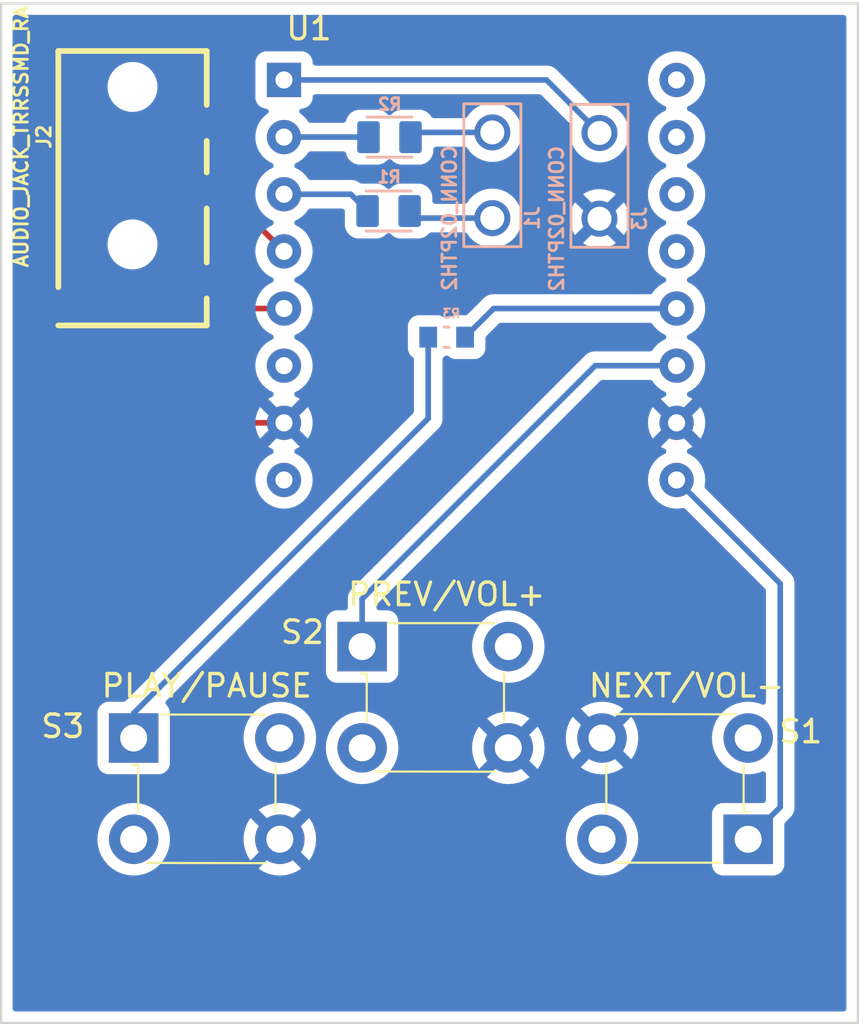
<source format=kicad_pcb>
(kicad_pcb (version 20211014) (generator pcbnew)
  (layers (0 "F.Cu" signal) (31 "B.Cu" signal) (34 "B.Paste" user) (35 "F.Paste" user) (36 "B.SilkS" user "B.Silkscreen") (37 "F.SilkS" user "F.Silkscreen") (38 "B.Mask" user) (39 "F.Mask" user) (44 "Edge.Cuts" user))
  (net 0 "")
  (net 1 "GND")
  (net 2 "Net-(J2-PadTIP)")
  (net 3 "Net-(J1-Pad1)")
  (net 4 "Net-(R1-Pad2)")
  (net 5 "Net-(J1-Pad2)")
  (net 6 "Net-(R2-Pad2)")
  (net 7 "Net-(R3-Pad1)")
  (net 8 "Net-(R3-Pad2)")
  (net 9 "Net-(S1-Pad1)")
  (net 12 "Net-(S2-Pad1)")
  (net 17 "POWER")
  (net 18 "Net-(J2-PadRING)")
  (footprint "digikey-footprints:Switch_Tactile_THT_6x6mm" (layer "F.Cu") (at 143.562 103.922)
    (fp_text reference "S2" (at -2.658593 -0.640737) (layer "F.SilkS"))
    (fp_text value "1825910-6")
    (fp_line (start 5.8928 5.5626) (end 0.6 5.5528) (layer "F.SilkS") (width 0.1))
    (fp_line (start 6.3092 1.2048) (end 6.3092 3.3) (layer "F.SilkS") (width 0.1))
    (fp_line (start 0.2032 1.2004) (end -0.0468 1.2004) (layer "F.SilkS") (width 0.1))
    (fp_line (start 1.2 -1.0414) (end 5.8674 -1.0414) (layer "F.SilkS") (width 0.1))
    (fp_line (start 0.2032 1.1938) (end 0.2032 3.302) (layer "F.SilkS") (width 0.1))
    (pad "1" thru_hole rect locked (at 0 0) (size 2.2 2.2) (drill 1.2) (layers *.Cu *.Mask) (net 12 "Net-(S2-Pad1)"))
    (pad "2" thru_hole circle locked (at 6.5 0) (size 2.2 2.2) (drill 1.2) (layers *.Cu *.Mask))
    (pad "3" thru_hole circle locked (at 0 4.5) (size 2.2 2.2) (drill 1.2) (layers *.Cu *.Mask))
    (pad "4" thru_hole circle locked (at 6.5 4.5) (size 2.2 2.2) (drill 1.2) (layers *.Cu *.Mask) (net 1 "GND"))
  )
  (footprint "digikey-footprints:Switch_Tactile_THT_6x6mm" (layer "F.Cu") (at 133.402 107.986)
    (fp_text reference "S3" (at -3.151376 -0.522429) (layer "F.SilkS"))
    (fp_text value "1825910-6")
    (fp_line (start 0.2032 1.1938) (end 0.2032 3.302) (layer "F.SilkS") (width 0.1))
    (fp_line (start 5.8928 5.5626) (end 0.6 5.5528) (layer "F.SilkS") (width 0.1))
    (fp_line (start 1.2 -1.0414) (end 5.8674 -1.0414) (layer "F.SilkS") (width 0.1))
    (fp_line (start 0.2032 1.2004) (end -0.0468 1.2004) (layer "F.SilkS") (width 0.1))
    (fp_line (start 6.3092 1.2048) (end 6.3092 3.3) (layer "F.SilkS") (width 0.1))
    (pad "1" thru_hole rect locked (at 0 0) (size 2.2 2.2) (drill 1.2) (layers *.Cu *.Mask) (net 8 "Net-(R3-Pad2)"))
    (pad "2" thru_hole circle locked (at 6.5 0) (size 2.2 2.2) (drill 1.2) (layers *.Cu *.Mask))
    (pad "3" thru_hole circle locked (at 0 4.5) (size 2.2 2.2) (drill 1.2) (layers *.Cu *.Mask))
    (pad "4" thru_hole circle locked (at 6.5 4.5) (size 2.2 2.2) (drill 1.2) (layers *.Cu *.Mask) (net 1 "GND"))
  )
  (footprint "digikey-footprints:Switch_Tactile_THT_6x6mm" (layer "F.Cu") (at 160.73 112.486 180)
    (fp_text reference "S1" (at -2.338 4.79) (layer "F.SilkS"))
    (fp_text value "1825910-6")
    (fp_line (start 0.2032 1.1938) (end 0.2032 3.302) (layer "F.SilkS") (width 0.1))
    (fp_line (start 0.2032 1.2004) (end -0.0468 1.2004) (layer "F.SilkS") (width 0.1))
    (fp_line (start 1.2 -1.0414) (end 5.8674 -1.0414) (layer "F.SilkS") (width 0.1))
    (fp_line (start 5.8928 5.5626) (end 0.6 5.5528) (layer "F.SilkS") (width 0.1))
    (fp_line (start 6.3092 1.2048) (end 6.3092 3.3) (layer "F.SilkS") (width 0.1))
    (pad "1" thru_hole rect locked (at 0 0 180) (size 2.2 2.2) (drill 1.2) (layers *.Cu *.Mask) (net 9 "Net-(S1-Pad1)"))
    (pad "2" thru_hole circle locked (at 6.5 0 180) (size 2.2 2.2) (drill 1.2) (layers *.Cu *.Mask))
    (pad "3" thru_hole circle locked (at 0 4.5 180) (size 2.2 2.2) (drill 1.2) (layers *.Cu *.Mask))
    (pad "4" thru_hole circle locked (at 6.5 4.5 180) (size 2.2 2.2) (drill 1.2) (layers *.Cu *.Mask) (net 1 "GND"))
  )
  (footprint "DF_player:DF_PlayerMini" (layer "F.Cu") (at 148.8165 87.627347)
    (fp_text reference "U1" (at -7.62 -11.176 unlocked) (layer "F.SilkS"))
    (fp_text value "DFPLAYER_MINI")
    (pad "1" thru_hole rect (at -8.73 -8.89) (size 1.524 1.524) (drill 0.762) (layers *.Cu *.Mask) (net 17 "POWER"))
    (pad "2" thru_hole circle (at -8.73 -6.35) (size 1.524 1.524) (drill 0.762) (layers *.Cu *.Mask) (net 6 "Net-(R2-Pad2)"))
    (pad "3" thru_hole circle (at -8.73 -3.81) (size 1.524 1.524) (drill 0.762) (layers *.Cu *.Mask) (net 4 "Net-(R1-Pad2)"))
    (pad "4" thru_hole circle (at -8.73 -1.27) (size 1.524 1.524) (drill 0.762) (layers *.Cu *.Mask) (net 18 "Net-(J2-PadRING)"))
    (pad "5" thru_hole circle (at -8.73 1.27) (size 1.524 1.524) (drill 0.762) (layers *.Cu *.Mask) (net 2 "Net-(J2-PadTIP)"))
    (pad "6" thru_hole circle (at -8.73 3.81) (size 1.524 1.524) (drill 0.762) (layers *.Cu *.Mask))
    (pad "7" thru_hole circle (at -8.73 6.35) (size 1.524 1.524) (drill 0.762) (layers *.Cu *.Mask) (net 1 "GND"))
    (pad "8" thru_hole circle (at -8.73 8.89) (size 1.524 1.524) (drill 0.762) (layers *.Cu *.Mask))
    (pad "9" thru_hole circle (at 8.73 8.89) (size 1.524 1.524) (drill 0.762) (layers *.Cu *.Mask) (net 9 "Net-(S1-Pad1)"))
    (pad "10" thru_hole circle (at 8.73 6.35) (size 1.524 1.524) (drill 0.762) (layers *.Cu *.Mask) (net 1 "GND"))
    (pad "11" thru_hole circle (at 8.73 3.81) (size 1.524 1.524) (drill 0.762) (layers *.Cu *.Mask) (net 12 "Net-(S2-Pad1)"))
    (pad "12" thru_hole circle (at 8.73 1.27) (size 1.524 1.524) (drill 0.762) (layers *.Cu *.Mask) (net 7 "Net-(R3-Pad1)"))
    (pad "13" thru_hole circle (at 8.73 -1.27) (size 1.524 1.524) (drill 0.762) (layers *.Cu *.Mask))
    (pad "14" thru_hole circle (at 8.73 -3.81) (size 1.524 1.524) (drill 0.762) (layers *.Cu *.Mask))
    (pad "15" thru_hole circle (at 8.73 -6.35) (size 1.524 1.524) (drill 0.762) (layers *.Cu *.Mask))
    (pad "16" thru_hole circle (at 8.73 -8.89) (size 1.524 1.524) (drill 0.762) (layers *.Cu *.Mask))
  )
  (footprint "Connectors:AUDIO_JACK_3.5MM_TRRS_SMD_RA" (layer "F.Cu") (at 133.35 77.44968 -90)
    (fp_text reference "J2" (at 3.81 3.937 90) (layer "F.SilkS") (effects (font (size 0.6096 0.6096) (thickness 0.127))))
    (fp_text value "AUDIO_JACK_TRRSSMD_RA" (at 3.81 4.953 90) (layer "F.SilkS") (effects (font (size 0.6096 0.6096) (thickness 0.127))))
    (fp_line (start 0.49784 3.29946) (end 10.49782 3.29946) (layer "F.SilkS") (width 0.254))
    (fp_line (start 12.19962 -3.29946) (end 10.9982 -3.29946) (layer "F.SilkS") (width 0.254))
    (fp_line (start 0.49784 -3.29946) (end 0 -3.29946) (layer "F.SilkS") (width 0.254))
    (fp_line (start 6.9977 -3.29946) (end 9.398 -3.29946) (layer "F.SilkS") (width 0.254))
    (fp_line (start 0 -2.79908) (end 0 2.79908) (layer "F.SilkS") (width 0.254))
    (fp_line (start 0 2.79908) (end 0 3.29946) (layer "F.SilkS") (width 0.254))
    (fp_line (start 12.19962 -3.29946) (end 12.19962 3.29946) (layer "F.SilkS") (width 0.254))
    (fp_line (start 0.49784 -3.29946) (end 2.39776 -3.29946) (layer "F.SilkS") (width 0.254))
    (fp_line (start 0 -3.29946) (end 0 -2.79908) (layer "F.SilkS") (width 0.254))
    (fp_line (start 0 3.29946) (end 0.49784 3.29946) (layer "F.SilkS") (width 0.254))
    (fp_line (start 3.99796 -3.29946) (end 5.3975 -3.29946) (layer "F.SilkS") (width 0.254))
    (pad "" np_thru_hole circle locked (at 8.5979 0 270) (size 1.19888 1.19888) (drill 1.19888) (layers *.Cu *.Mask))
    (pad "" np_thru_hole circle locked (at 1.59766 0 270) (size 1.19888 1.19888) (drill 1.19888) (layers *.Cu *.Mask))
    (pad "EART" smd rect locked (at 11.29792 3.24866 270) (size 1.19888 2.49936) (layers "F.Cu" "F.Paste" "F.Mask") (net 1 "GND"))
    (pad "RING" smd rect locked (at 6.1976 -3.24866 270) (size 1.19888 2.49936) (layers "F.Cu" "F.Paste" "F.Mask") (net 18 "Net-(J2-PadRING)"))
    (pad "RING" smd rect locked (at 3.19786 -3.24866 90) (size 1.19888 2.49936) (layers "F.Cu" "F.Paste" "F.Mask") (net 1 "GND"))
    (pad "TIP" smd rect locked (at 10.1981 -3.24866 270) (size 1.19888 2.49936) (layers "F.Cu" "F.Paste" "F.Mask") (net 2 "Net-(J2-PadTIP)"))
  )
  (footprint "CPF0805B1K0E1:RESC2012X65N" (layer "B.Cu") (at 144.738878 84.56375 180)
    (fp_text reference "R1" (at -0.022267 1.511942) (layer "B.SilkS") (effects (font (size 0.52364 0.52364)) (justify mirror)))
    (fp_text value "1k")
    (fp_line (start -1 0.89) (end 1 0.89) (layer "B.SilkS") (width 0.127))
    (fp_line (start -1 -0.89) (end 1 -0.89) (layer "B.SilkS") (width 0.127))
    (pad "1" smd roundrect locked (at -0.935 0 180) (size 1 1.42) (layers "B.Cu" "B.Paste" "B.Mask") (roundrect_rratio 0.125) (net 3 "Net-(J1-Pad1)"))
    (pad "2" smd roundrect locked (at 0.935 0 180) (size 1 1.42) (layers "B.Cu" "B.Paste" "B.Mask") (roundrect_rratio 0.125) (net 4 "Net-(R1-Pad2)"))
  )
  (footprint "CPF0805B1K0E1:RESC2012X65N" (layer "B.Cu") (at 144.78 81.28 180)
    (fp_text reference "R2" (at -0.011011 1.46028) (layer "B.SilkS") (effects (font (size 0.52364 0.52364)) (justify mirror)))
    (fp_text value "1k")
    (fp_line (start -1 -0.89) (end 1 -0.89) (layer "B.SilkS") (width 0.127))
    (fp_line (start -1 0.89) (end 1 0.89) (layer "B.SilkS") (width 0.127))
    (pad "1" smd roundrect locked (at -0.935 0 180) (size 1 1.42) (layers "B.Cu" "B.Paste" "B.Mask") (roundrect_rratio 0.125) (net 5 "Net-(J1-Pad2)"))
    (pad "2" smd roundrect locked (at 0.935 0 180) (size 1 1.42) (layers "B.Cu" "B.Paste" "B.Mask") (roundrect_rratio 0.125) (net 6 "Net-(R2-Pad2)"))
  )
  (footprint "Connectors:1X02_BIG" (layer "B.Cu") (at 154.117473 84.904206 90)
    (fp_text reference "J3" (at 0 1.778 90) (layer "B.SilkS") (effects (font (size 0.6096 0.6096) (thickness 0.127)) (justify mirror)))
    (fp_text value "CONN_02PTH2" (at 0 -1.905 90) (layer "B.SilkS") (effects (font (size 0.6096 0.6096) (thickness 0.127)) (justify mirror)))
    (fp_line (start -1.27 1.27) (end -1.27 -1.27) (layer "B.SilkS") (width 0.127))
    (fp_line (start -1.27 -1.27) (end 5.08 -1.27) (layer "B.SilkS") (width 0.127))
    (fp_line (start 5.08 1.27) (end -1.27 1.27) (layer "B.SilkS") (width 0.127))
    (fp_line (start 5.08 -1.27) (end 5.08 1.27) (layer "B.SilkS") (width 0.127))
    (pad "P$1" thru_hole circle locked (at 0 0 90) (size 1.6002 1.6002) (drill 1.0668) (layers *.Cu *.Mask) (net 1 "GND"))
    (pad "P$2" thru_hole circle locked (at 3.81 0 90) (size 1.6002 1.6002) (drill 1.0668) (layers *.Cu *.Mask) (net 17 "POWER"))
  )
  (footprint "Connectors:1X02_BIG" (layer "B.Cu") (at 149.352577 84.878718 90)
    (fp_text reference "J1" (at 0 1.778 90) (layer "B.SilkS") (effects (font (size 0.6096 0.6096) (thickness 0.127)) (justify mirror)))
    (fp_text value "CONN_02PTH2" (at 0 -1.905 90) (layer "B.SilkS") (effects (font (size 0.6096 0.6096) (thickness 0.127)) (justify mirror)))
    (fp_line (start -1.27 -1.27) (end 5.08 -1.27) (layer "B.SilkS") (width 0.127))
    (fp_line (start -1.27 1.27) (end -1.27 -1.27) (layer "B.SilkS") (width 0.127))
    (fp_line (start 5.08 -1.27) (end 5.08 1.27) (layer "B.SilkS") (width 0.127))
    (fp_line (start 5.08 1.27) (end -1.27 1.27) (layer "B.SilkS") (width 0.127))
    (pad "P$1" thru_hole circle locked (at 0 0 90) (size 1.6002 1.6002) (drill 1.0668) (layers *.Cu *.Mask) (net 3 "Net-(J1-Pad1)"))
    (pad "P$2" thru_hole circle locked (at 3.81 0 90) (size 1.6002 1.6002) (drill 1.0668) (layers *.Cu *.Mask) (net 5 "Net-(J1-Pad2)"))
  )
  (footprint "RT0603FRD0733KL:RESC1608X55N" (layer "B.Cu") (at 147.32 90.17 180)
    (fp_text reference "R3" (at -0.21 1.05) (layer "B.SilkS") (effects (font (size 0.393701 0.393701)) (justify mirror)))
    (fp_text value "33k")
    (fp_line (start -0.11 0.45) (end 0.11 0.45) (layer "B.SilkS") (width 0.127))
    (fp_line (start -0.11 -0.45) (end 0.11 -0.45) (layer "B.SilkS") (width 0.127))
    (pad "1" smd rect locked (at -0.82 0 180) (size 0.79 0.93) (layers "B.Cu" "B.Paste" "B.Mask") (net 7 "Net-(R3-Pad1)"))
    (pad "2" smd rect locked (at 0.82 0 180) (size 0.79 0.93) (layers "B.Cu" "B.Paste" "B.Mask") (net 8 "Net-(R3-Pad2)"))
  )
  (gr_rect (start 127.508 75.336931) (end 165.608 120.65) (layer "Edge.Cuts") (width 0.1016) (fill none))
  (gr_text "PLAY/PAUSE" (at 136.652 105.664) (layer "F.SilkS") (effects (font (size 1 1))))
  (gr_text "NEXT/VOL-\n" (at 157.988 105.664) (layer "F.SilkS") (effects (font (size 1 1))))
  (gr_text "PREV/VOL+" (at 147.32 101.6) (layer "F.SilkS") (effects (font (size 1 1))))
  (segment (start 140.0865 93.977347) (end 135.130653 93.977347) (width 0.25) (layer "F.Cu") (net 1))
  (segment (start 135.130653 93.977347) (end 135.128 93.98) (width 0.25) (layer "F.Cu") (net 1))
  (segment (start 130.10134 87.14486) (end 130.10134 88.7476) (width 0.25) (layer "F.Cu") (net 1))
  (segment (start 136.59866 80.64754) (end 130.10134 87.14486) (width 0.25) (layer "F.Cu") (net 1))
  (segment (start 130.10134 92.00134) (end 130.10134 88.7476) (width 0.25) (layer "F.Cu") (net 1))
  (segment (start 132.08 93.98) (end 130.10134 92.00134) (width 0.25) (layer "F.Cu") (net 1))
  (segment (start 135.128 93.98) (end 132.08 93.98) (width 0.25) (layer "F.Cu") (net 1))
  (segment (start 153.794 108.422) (end 154.23 107.986) (width 0.25) (layer "B.Cu") (net 1))
  (segment (start 140.0865 88.897347) (end 137.848227 88.897347) (width 0.25) (layer "F.Cu") (net 2))
  (segment (start 137.848227 88.897347) (end 136.59866 87.64778) (width 0.25) (layer "F.Cu") (net 2))
  (segment (start 145.988846 84.878718) (end 149.352577 84.878718) (width 0.25) (layer "B.Cu") (net 3))
  (segment (start 145.673878 84.56375) (end 145.988846 84.878718) (width 0.25) (layer "B.Cu") (net 3))
  (segment (start 140.0865 83.817347) (end 143.057475 83.817347) (width 0.25) (layer "B.Cu") (net 4))
  (segment (start 143.057475 83.817347) (end 143.803878 84.56375) (width 0.25) (layer "B.Cu") (net 4))
  (segment (start 145.926282 81.068718) (end 149.352577 81.068718) (width 0.25) (layer "B.Cu") (net 5))
  (segment (start 145.715 81.28) (end 145.926282 81.068718) (width 0.25) (layer "B.Cu") (net 5))
  (segment (start 143.842347 81.277347) (end 143.845 81.28) (width 0.25) (layer "B.Cu") (net 6))
  (segment (start 140.0865 81.277347) (end 143.842347 81.277347) (width 0.25) (layer "B.Cu") (net 6))
  (segment (start 149.412653 88.897347) (end 148.14 90.17) (width 0.25) (layer "B.Cu") (net 7))
  (segment (start 157.5465 88.897347) (end 149.412653 88.897347) (width 0.25) (layer "B.Cu") (net 7))
  (segment (start 133.402 106.882) (end 133.402 107.986) (width 0.25) (layer "B.Cu") (net 8))
  (segment (start 146.5 93.784) (end 133.402 106.882) (width 0.25) (layer "B.Cu") (net 8))
  (segment (start 146.5 90.17) (end 146.5 93.784) (width 0.25) (layer "B.Cu") (net 8))
  (segment (start 157.5465 96.517347) (end 162.155 101.125847) (width 0.25) (layer "B.Cu") (net 9))
  (segment (start 162.155 111.061) (end 160.73 112.486) (width 0.25) (layer "B.Cu") (net 9))
  (segment (start 162.155 101.125847) (end 162.155 111.061) (width 0.25) (layer "B.Cu") (net 9))
  (segment (start 143.562 101.802) (end 153.926653 91.437347) (width 0.25) (layer "B.Cu") (net 12))
  (segment (start 143.562 103.922) (end 143.562 101.802) (width 0.25) (layer "B.Cu") (net 12))
  (segment (start 153.926653 91.437347) (end 157.5465 91.437347) (width 0.25) (layer "B.Cu") (net 12))
  (segment (start 140.0865 78.737347) (end 151.760614 78.737347) (width 0.25) (layer "B.Cu") (net 17))
  (segment (start 151.760614 78.737347) (end 154.117473 81.094206) (width 0.25) (layer "B.Cu") (net 17))
  (segment (start 136.59866 83.64728) (end 137.376433 83.64728) (width 0.25) (layer "F.Cu") (net 18))
  (segment (start 137.376433 83.64728) (end 140.0865 86.357347) (width 0.25) (layer "F.Cu") (net 18))
  (zone (net 1) (net_name "GND") (layer "B.Cu") (connect_pads (clearance 0.508)) (min_thickness 0.254) (fill yes (thermal_gap 0.508) (thermal_bridge_width 0.508))
    (polygon (pts (xy 165.583667 120.65145) (xy 127.512094 120.644882) (xy 127.523276 75.327405) (xy 165.608 75.184)))
  )
)
</source>
